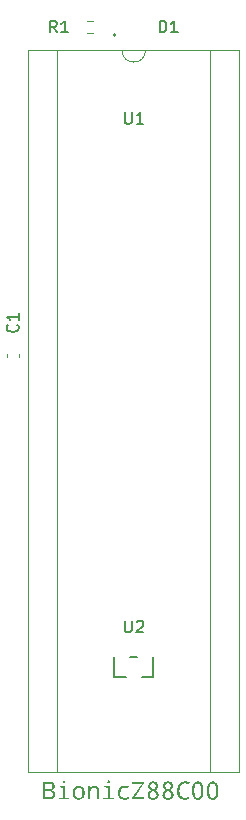
<source format=gbr>
G04 #@! TF.GenerationSoftware,KiCad,Pcbnew,8.0.4+dfsg-1*
G04 #@! TF.CreationDate,2024-12-19T11:09:08+09:00*
G04 #@! TF.ProjectId,bionic-z8800,62696f6e-6963-42d7-9a38-3830302e6b69,5*
G04 #@! TF.SameCoordinates,Original*
G04 #@! TF.FileFunction,Legend,Top*
G04 #@! TF.FilePolarity,Positive*
%FSLAX46Y46*%
G04 Gerber Fmt 4.6, Leading zero omitted, Abs format (unit mm)*
G04 Created by KiCad (PCBNEW 8.0.4+dfsg-1) date 2024-12-19 11:09:08*
%MOMM*%
%LPD*%
G01*
G04 APERTURE LIST*
%ADD10C,0.150000*%
%ADD11C,0.120000*%
%ADD12C,0.152400*%
G04 APERTURE END LIST*
D10*
G36*
X106561392Y-135672063D02*
G01*
X106638198Y-135678637D01*
X106720376Y-135692311D01*
X106791659Y-135712297D01*
X106861049Y-135743590D01*
X106886248Y-135759631D01*
X106942027Y-135811219D01*
X106981869Y-135876592D01*
X107005774Y-135955750D01*
X107013618Y-136036321D01*
X107013743Y-136048692D01*
X107005836Y-136126373D01*
X106978873Y-136201904D01*
X106932776Y-136267045D01*
X106876591Y-136314622D01*
X106809243Y-136348819D01*
X106730732Y-136369634D01*
X106713690Y-136372192D01*
X106713690Y-136382450D01*
X106793890Y-136400127D01*
X106863396Y-136425315D01*
X106935241Y-136467361D01*
X106990378Y-136521142D01*
X107028807Y-136586658D01*
X107050528Y-136663909D01*
X107055874Y-136734160D01*
X107051251Y-136807481D01*
X107034168Y-136885274D01*
X107004498Y-136954722D01*
X106962240Y-137015826D01*
X106924350Y-137054362D01*
X106862392Y-137099615D01*
X106791284Y-137133753D01*
X106711024Y-137156776D01*
X106634946Y-137167664D01*
X106566412Y-137170500D01*
X106023460Y-137170500D01*
X106023460Y-137006735D01*
X106216168Y-137006735D01*
X106532340Y-137006735D01*
X106607473Y-137002355D01*
X106687302Y-136984565D01*
X106762436Y-136945152D01*
X106815029Y-136886033D01*
X106845082Y-136807207D01*
X106852909Y-136726466D01*
X106844760Y-136651635D01*
X106813470Y-136578580D01*
X106758713Y-136523788D01*
X106680489Y-136487261D01*
X106597375Y-136470772D01*
X106519151Y-136466714D01*
X106216168Y-136466714D01*
X106216168Y-137006735D01*
X106023460Y-137006735D01*
X106023460Y-136302949D01*
X106216168Y-136302949D01*
X106508526Y-136302949D01*
X106583494Y-136299446D01*
X106661875Y-136285213D01*
X106733454Y-136253683D01*
X106742999Y-136246895D01*
X106790678Y-136189259D01*
X106813115Y-136114589D01*
X106816639Y-136061515D01*
X106807331Y-135985822D01*
X106772331Y-135917465D01*
X106737870Y-135886759D01*
X106665811Y-135854387D01*
X106585926Y-135838824D01*
X106509036Y-135833844D01*
X106488010Y-135833636D01*
X106216168Y-135833636D01*
X106216168Y-136302949D01*
X106023460Y-136302949D01*
X106023460Y-135669871D01*
X106477019Y-135669871D01*
X106561392Y-135672063D01*
G37*
G36*
X107796663Y-135576082D02*
G01*
X107871295Y-135598452D01*
X107904134Y-135665561D01*
X107905840Y-135692952D01*
X107887498Y-135765080D01*
X107873233Y-135781613D01*
X107804869Y-135810301D01*
X107796663Y-135810555D01*
X107725264Y-135791146D01*
X107689080Y-135726832D01*
X107686387Y-135692952D01*
X107704587Y-135617284D01*
X107770817Y-135577908D01*
X107796663Y-135576082D01*
G37*
G36*
X107702141Y-136192307D02*
G01*
X107424803Y-136170691D01*
X107424803Y-136045028D01*
X107889353Y-136045028D01*
X107889353Y-137023221D01*
X108252054Y-137043737D01*
X108252054Y-137170500D01*
X107347500Y-137170500D01*
X107347500Y-137043737D01*
X107702141Y-137023221D01*
X107702141Y-136192307D01*
G37*
G36*
X109121096Y-136027197D02*
G01*
X109196736Y-136044044D01*
X109266657Y-136072122D01*
X109330859Y-136111432D01*
X109389343Y-136161973D01*
X109407567Y-136181316D01*
X109456249Y-136244900D01*
X109494859Y-136315852D01*
X109523396Y-136394171D01*
X109541862Y-136479857D01*
X109549556Y-136556890D01*
X109550815Y-136605566D01*
X109547363Y-136688148D01*
X109537005Y-136765077D01*
X109519742Y-136836354D01*
X109489912Y-136914424D01*
X109450139Y-136984354D01*
X109409399Y-137036410D01*
X109353207Y-137089948D01*
X109290422Y-137132409D01*
X109221041Y-137163793D01*
X109145067Y-137184101D01*
X109062497Y-137193331D01*
X109033509Y-137193947D01*
X108952747Y-137188318D01*
X108877523Y-137171433D01*
X108807838Y-137143290D01*
X108743692Y-137103890D01*
X108685083Y-137053233D01*
X108666778Y-137033846D01*
X108617972Y-136969896D01*
X108579263Y-136898400D01*
X108550652Y-136819355D01*
X108534523Y-136747719D01*
X108525407Y-136670842D01*
X108523163Y-136605566D01*
X108716970Y-136605566D01*
X108719788Y-136682890D01*
X108732310Y-136774157D01*
X108754850Y-136851904D01*
X108797112Y-136930073D01*
X108855027Y-136987115D01*
X108928595Y-137023031D01*
X109017816Y-137037819D01*
X109037539Y-137038242D01*
X109112414Y-137031481D01*
X109191970Y-137004017D01*
X109255926Y-136955425D01*
X109304283Y-136885707D01*
X109331738Y-136814721D01*
X109349209Y-136730214D01*
X109356696Y-136632186D01*
X109357008Y-136605566D01*
X109354181Y-136529028D01*
X109341616Y-136438687D01*
X109318999Y-136361731D01*
X109276591Y-136284356D01*
X109218478Y-136227893D01*
X109144657Y-136192343D01*
X109055131Y-136177704D01*
X109035341Y-136177286D01*
X108960722Y-136183978D01*
X108881441Y-136211164D01*
X108817704Y-136259261D01*
X108769514Y-136328271D01*
X108742154Y-136398536D01*
X108724743Y-136482184D01*
X108717281Y-136579217D01*
X108716970Y-136605566D01*
X108523163Y-136605566D01*
X108526571Y-136523749D01*
X108536795Y-136447514D01*
X108558060Y-136363399D01*
X108589139Y-136287321D01*
X108630033Y-136219280D01*
X108662748Y-136178385D01*
X108718531Y-136125096D01*
X108781193Y-136082833D01*
X108850732Y-136051594D01*
X108927149Y-136031381D01*
X109010444Y-136022194D01*
X109039737Y-136021581D01*
X109121096Y-136027197D01*
G37*
G36*
X110579200Y-137170500D02*
G01*
X110579200Y-136444366D01*
X110573216Y-136367424D01*
X110550238Y-136292308D01*
X110501649Y-136228407D01*
X110429604Y-136190066D01*
X110349181Y-136177547D01*
X110334102Y-136177286D01*
X110259913Y-136183674D01*
X110181088Y-136209628D01*
X110117718Y-136255545D01*
X110069804Y-136321426D01*
X110037347Y-136407271D01*
X110022509Y-136490321D01*
X110017563Y-136586148D01*
X110017563Y-137170500D01*
X109829985Y-137170500D01*
X109829985Y-136045028D01*
X109981293Y-136045028D01*
X110009137Y-136194871D01*
X110019395Y-136194871D01*
X110063951Y-136135980D01*
X110127850Y-136082673D01*
X110204581Y-136045950D01*
X110280564Y-136027673D01*
X110365976Y-136021581D01*
X110459914Y-136028021D01*
X110541327Y-136047341D01*
X110610215Y-136079541D01*
X110678711Y-136137904D01*
X110719418Y-136199084D01*
X110747599Y-136273144D01*
X110763255Y-136360083D01*
X110766778Y-136433741D01*
X110766778Y-137170500D01*
X110579200Y-137170500D01*
G37*
G36*
X111577542Y-135576082D02*
G01*
X111652175Y-135598452D01*
X111685013Y-135665561D01*
X111686719Y-135692952D01*
X111668378Y-135765080D01*
X111654112Y-135781613D01*
X111585748Y-135810301D01*
X111577542Y-135810555D01*
X111506143Y-135791146D01*
X111469959Y-135726832D01*
X111467267Y-135692952D01*
X111485466Y-135617284D01*
X111551696Y-135577908D01*
X111577542Y-135576082D01*
G37*
G36*
X111483020Y-136192307D02*
G01*
X111205683Y-136170691D01*
X111205683Y-136045028D01*
X111670232Y-136045028D01*
X111670232Y-137023221D01*
X112032933Y-137043737D01*
X112032933Y-137170500D01*
X111128380Y-137170500D01*
X111128380Y-137043737D01*
X111483020Y-137023221D01*
X111483020Y-136192307D01*
G37*
G36*
X113278938Y-136082398D02*
G01*
X113215191Y-136245063D01*
X113139948Y-136218937D01*
X113068828Y-136200275D01*
X112993744Y-136188204D01*
X112938952Y-136185346D01*
X112849393Y-136192004D01*
X112771775Y-136211976D01*
X112706099Y-136245264D01*
X112640795Y-136305598D01*
X112601987Y-136368844D01*
X112575119Y-136445406D01*
X112560192Y-136535282D01*
X112556834Y-136611428D01*
X112560102Y-136686264D01*
X112574628Y-136774595D01*
X112600774Y-136849840D01*
X112649799Y-136925493D01*
X112716981Y-136980700D01*
X112802319Y-137015460D01*
X112883664Y-137028546D01*
X112928694Y-137030182D01*
X113010095Y-137026198D01*
X113092367Y-137014245D01*
X113165068Y-136997250D01*
X113238436Y-136974154D01*
X113259521Y-136966435D01*
X113259521Y-137131299D01*
X113186545Y-137158707D01*
X113105739Y-137178285D01*
X113028610Y-137188991D01*
X112945485Y-137193702D01*
X112920634Y-137193947D01*
X112840747Y-137190289D01*
X112766639Y-137179314D01*
X112685336Y-137156486D01*
X112612354Y-137123123D01*
X112547692Y-137079223D01*
X112509207Y-137044104D01*
X112459528Y-136983327D01*
X112420129Y-136913380D01*
X112391007Y-136834263D01*
X112374590Y-136761326D01*
X112365311Y-136682021D01*
X112363027Y-136613992D01*
X112366677Y-136526918D01*
X112377625Y-136446588D01*
X112395871Y-136373002D01*
X112427401Y-136293601D01*
X112469442Y-136223912D01*
X112512504Y-136173256D01*
X112572821Y-136121710D01*
X112641664Y-136080829D01*
X112719035Y-136050613D01*
X112804931Y-136031061D01*
X112883025Y-136022914D01*
X112932724Y-136021581D01*
X113012027Y-136024491D01*
X113089332Y-136033222D01*
X113164638Y-136047773D01*
X113237945Y-136068144D01*
X113278938Y-136082398D01*
G37*
G36*
X114604078Y-137170500D02*
G01*
X113551147Y-137170500D01*
X113551147Y-137023221D01*
X114368139Y-135838765D01*
X113572762Y-135838765D01*
X113572762Y-135669871D01*
X114583561Y-135669871D01*
X114583561Y-135817150D01*
X113766569Y-137001606D01*
X114604078Y-137001606D01*
X114604078Y-137170500D01*
G37*
G36*
X115418560Y-135651087D02*
G01*
X115491174Y-135665077D01*
X115565661Y-135692486D01*
X115631080Y-135732076D01*
X115646017Y-135743877D01*
X115697469Y-135796885D01*
X115737780Y-135866756D01*
X115757993Y-135937962D01*
X115763620Y-136007293D01*
X115754128Y-136092000D01*
X115725650Y-136169443D01*
X115678187Y-136239622D01*
X115624133Y-136292555D01*
X115556894Y-136340444D01*
X115493610Y-136375123D01*
X115568228Y-136417518D01*
X115632897Y-136462272D01*
X115699742Y-136521530D01*
X115751042Y-136584474D01*
X115786797Y-136651103D01*
X115809182Y-136735922D01*
X115811981Y-136780322D01*
X115805757Y-136858560D01*
X115787086Y-136929787D01*
X115750507Y-137002602D01*
X115697671Y-137066257D01*
X115681921Y-137080740D01*
X115621183Y-137124851D01*
X115552451Y-137158128D01*
X115475725Y-137180570D01*
X115391005Y-137192178D01*
X115339004Y-137193947D01*
X115259037Y-137190199D01*
X115185921Y-137178955D01*
X115109280Y-137156362D01*
X115041966Y-137123566D01*
X114991691Y-137087335D01*
X114937194Y-137028556D01*
X114898268Y-136959199D01*
X114874912Y-136879263D01*
X114867249Y-136800641D01*
X114867127Y-136788748D01*
X114867192Y-136788015D01*
X115050309Y-136788015D01*
X115060304Y-136871684D01*
X115097230Y-136947418D01*
X115161363Y-136999591D01*
X115237991Y-137025557D01*
X115317117Y-137033972D01*
X115334608Y-137034212D01*
X115408494Y-137028909D01*
X115485103Y-137008023D01*
X115551496Y-136967167D01*
X115598379Y-136909242D01*
X115623623Y-136836581D01*
X115628432Y-136779955D01*
X115616020Y-136703239D01*
X115578784Y-136634657D01*
X115563586Y-136616557D01*
X115508267Y-136566922D01*
X115447036Y-136525538D01*
X115380541Y-136488169D01*
X115343034Y-136469278D01*
X115312260Y-136454990D01*
X115236795Y-136495868D01*
X115174122Y-136540878D01*
X115115797Y-136600345D01*
X115075890Y-136665763D01*
X115054402Y-136737131D01*
X115050309Y-136788015D01*
X114867192Y-136788015D01*
X114874220Y-136709014D01*
X114895499Y-136635362D01*
X114930964Y-136567792D01*
X114980614Y-136506304D01*
X115044451Y-136450899D01*
X115122473Y-136401575D01*
X115157654Y-136383549D01*
X115087889Y-136334800D01*
X115029949Y-136282205D01*
X114976029Y-136214014D01*
X114939136Y-136140285D01*
X114919271Y-136061017D01*
X114916255Y-136016452D01*
X115099036Y-136016452D01*
X115108783Y-136091265D01*
X115140859Y-136159593D01*
X115149960Y-136171790D01*
X115206090Y-136223409D01*
X115269345Y-136263279D01*
X115341202Y-136299285D01*
X115410017Y-136264753D01*
X115477199Y-136218591D01*
X115534351Y-136158224D01*
X115568642Y-136090844D01*
X115580072Y-136016452D01*
X115569370Y-135941146D01*
X115530424Y-135874240D01*
X115515225Y-135860015D01*
X115449158Y-135823199D01*
X115371108Y-135807474D01*
X115336806Y-135806159D01*
X115261209Y-135813732D01*
X115188901Y-135841712D01*
X115163149Y-135860015D01*
X115117130Y-135921211D01*
X115099599Y-135997646D01*
X115099036Y-136016452D01*
X114916255Y-136016452D01*
X114915487Y-136005095D01*
X114922975Y-135926922D01*
X114949298Y-135849159D01*
X114994575Y-135782176D01*
X115035288Y-135743511D01*
X115099333Y-135701035D01*
X115171301Y-135670696D01*
X115251191Y-135652492D01*
X115327594Y-135646519D01*
X115339004Y-135646424D01*
X115418560Y-135651087D01*
G37*
G36*
X116678853Y-135651087D02*
G01*
X116751467Y-135665077D01*
X116825954Y-135692486D01*
X116891373Y-135732076D01*
X116906311Y-135743877D01*
X116957762Y-135796885D01*
X116998073Y-135866756D01*
X117018286Y-135937962D01*
X117023914Y-136007293D01*
X117014421Y-136092000D01*
X116985943Y-136169443D01*
X116938481Y-136239622D01*
X116884426Y-136292555D01*
X116817187Y-136340444D01*
X116753903Y-136375123D01*
X116828521Y-136417518D01*
X116893190Y-136462272D01*
X116960036Y-136521530D01*
X117011335Y-136584474D01*
X117047090Y-136651103D01*
X117069475Y-136735922D01*
X117072274Y-136780322D01*
X117066050Y-136858560D01*
X117047379Y-136929787D01*
X117010800Y-137002602D01*
X116957964Y-137066257D01*
X116942214Y-137080740D01*
X116881477Y-137124851D01*
X116812745Y-137158128D01*
X116736018Y-137180570D01*
X116651298Y-137192178D01*
X116599297Y-137193947D01*
X116519330Y-137190199D01*
X116446214Y-137178955D01*
X116369573Y-137156362D01*
X116302259Y-137123566D01*
X116251984Y-137087335D01*
X116197487Y-137028556D01*
X116158561Y-136959199D01*
X116135205Y-136879263D01*
X116127542Y-136800641D01*
X116127420Y-136788748D01*
X116127485Y-136788015D01*
X116310602Y-136788015D01*
X116320597Y-136871684D01*
X116357523Y-136947418D01*
X116421656Y-136999591D01*
X116498284Y-137025557D01*
X116577410Y-137033972D01*
X116594901Y-137034212D01*
X116668787Y-137028909D01*
X116745397Y-137008023D01*
X116811789Y-136967167D01*
X116858672Y-136909242D01*
X116883917Y-136836581D01*
X116888725Y-136779955D01*
X116876313Y-136703239D01*
X116839077Y-136634657D01*
X116823879Y-136616557D01*
X116768560Y-136566922D01*
X116707329Y-136525538D01*
X116640834Y-136488169D01*
X116603327Y-136469278D01*
X116572553Y-136454990D01*
X116497088Y-136495868D01*
X116434415Y-136540878D01*
X116376090Y-136600345D01*
X116336183Y-136665763D01*
X116314695Y-136737131D01*
X116310602Y-136788015D01*
X116127485Y-136788015D01*
X116134513Y-136709014D01*
X116155792Y-136635362D01*
X116191257Y-136567792D01*
X116240907Y-136506304D01*
X116304744Y-136450899D01*
X116382766Y-136401575D01*
X116417947Y-136383549D01*
X116348182Y-136334800D01*
X116290242Y-136282205D01*
X116236322Y-136214014D01*
X116199429Y-136140285D01*
X116179564Y-136061017D01*
X116176548Y-136016452D01*
X116359329Y-136016452D01*
X116369076Y-136091265D01*
X116401153Y-136159593D01*
X116410253Y-136171790D01*
X116466383Y-136223409D01*
X116529638Y-136263279D01*
X116601496Y-136299285D01*
X116670310Y-136264753D01*
X116737493Y-136218591D01*
X116794644Y-136158224D01*
X116828935Y-136090844D01*
X116840365Y-136016452D01*
X116829663Y-135941146D01*
X116790717Y-135874240D01*
X116775519Y-135860015D01*
X116709451Y-135823199D01*
X116631401Y-135807474D01*
X116597099Y-135806159D01*
X116521502Y-135813732D01*
X116449194Y-135841712D01*
X116423442Y-135860015D01*
X116377423Y-135921211D01*
X116359892Y-135997646D01*
X116359329Y-136016452D01*
X116176548Y-136016452D01*
X116175780Y-136005095D01*
X116183268Y-135926922D01*
X116209591Y-135849159D01*
X116254868Y-135782176D01*
X116295581Y-135743511D01*
X116359626Y-135701035D01*
X116431594Y-135670696D01*
X116511484Y-135652492D01*
X116587887Y-135646519D01*
X116599297Y-135646424D01*
X116678853Y-135651087D01*
G37*
G36*
X118384957Y-136965336D02*
G01*
X118384957Y-137132764D01*
X118305433Y-137159531D01*
X118228900Y-137176679D01*
X118145880Y-137187972D01*
X118069557Y-137192991D01*
X118016028Y-137193947D01*
X117938771Y-137190793D01*
X117848768Y-137177979D01*
X117766064Y-137155308D01*
X117690659Y-137122781D01*
X117622553Y-137080397D01*
X117561745Y-137028156D01*
X117528763Y-136992080D01*
X117480108Y-136924855D01*
X117439698Y-136849348D01*
X117407536Y-136765559D01*
X117387744Y-136692563D01*
X117373229Y-136614267D01*
X117363993Y-136530670D01*
X117360034Y-136441773D01*
X117359870Y-136418720D01*
X117362749Y-136331926D01*
X117371387Y-136249780D01*
X117385784Y-136172283D01*
X117405940Y-136099434D01*
X117439233Y-136014909D01*
X117481524Y-135937647D01*
X117532813Y-135867647D01*
X117544151Y-135854519D01*
X117605145Y-135794570D01*
X117672722Y-135744781D01*
X117746882Y-135705154D01*
X117827625Y-135675687D01*
X117914951Y-135656382D01*
X117989552Y-135648253D01*
X118048268Y-135646424D01*
X118131237Y-135649541D01*
X118210058Y-135658892D01*
X118284732Y-135674477D01*
X118355258Y-135696295D01*
X118432298Y-135729630D01*
X118442842Y-135735084D01*
X118362609Y-135895918D01*
X118293220Y-135864512D01*
X118214349Y-135838066D01*
X118135936Y-135821694D01*
X118057980Y-135815397D01*
X118048268Y-135815318D01*
X117968305Y-135821050D01*
X117894653Y-135838244D01*
X117816702Y-135872793D01*
X117747341Y-135922945D01*
X117694726Y-135978350D01*
X117649904Y-136043557D01*
X117614355Y-136116905D01*
X117588080Y-136198392D01*
X117573268Y-136272516D01*
X117564896Y-136352294D01*
X117562835Y-136420185D01*
X117565850Y-136509038D01*
X117574892Y-136591039D01*
X117589964Y-136666188D01*
X117616007Y-136747323D01*
X117650732Y-136818593D01*
X117686300Y-136870447D01*
X117745928Y-136930689D01*
X117816461Y-136976135D01*
X117885597Y-137003311D01*
X117962743Y-137019618D01*
X118047902Y-137025053D01*
X118128775Y-137020329D01*
X118209810Y-137008199D01*
X118287779Y-136991462D01*
X118359855Y-136972567D01*
X118384957Y-136965336D01*
G37*
G36*
X119203153Y-135653418D02*
G01*
X119280403Y-135674399D01*
X119349435Y-135709369D01*
X119410250Y-135758326D01*
X119462848Y-135821270D01*
X119478554Y-135845360D01*
X119513806Y-135911839D01*
X119543083Y-135986940D01*
X119566385Y-136070663D01*
X119580725Y-136143850D01*
X119591240Y-136222556D01*
X119597932Y-136306779D01*
X119600800Y-136396521D01*
X119600920Y-136419819D01*
X119599032Y-136513561D01*
X119593369Y-136601255D01*
X119583931Y-136682902D01*
X119570718Y-136758500D01*
X119543819Y-136860558D01*
X119508426Y-136949008D01*
X119464538Y-137023850D01*
X119412156Y-137085085D01*
X119351280Y-137132712D01*
X119281910Y-137166731D01*
X119204045Y-137187143D01*
X119117685Y-137193947D01*
X119033227Y-137186953D01*
X118956806Y-137165971D01*
X118888421Y-137131002D01*
X118828074Y-137082045D01*
X118775764Y-137019101D01*
X118760114Y-136995011D01*
X118725073Y-136928514D01*
X118695971Y-136853360D01*
X118672809Y-136769547D01*
X118658555Y-136696262D01*
X118648102Y-136617437D01*
X118641450Y-136533070D01*
X118638600Y-136443162D01*
X118638481Y-136419819D01*
X118638496Y-136419086D01*
X118829357Y-136419086D01*
X118830444Y-136498015D01*
X118833707Y-136571219D01*
X118840845Y-136654674D01*
X118851381Y-136729185D01*
X118868512Y-136806791D01*
X118894683Y-136881053D01*
X118898966Y-136890231D01*
X118938739Y-136953223D01*
X118995363Y-137002576D01*
X119064564Y-137029150D01*
X119117685Y-137034212D01*
X119196627Y-137022794D01*
X119262817Y-136988540D01*
X119316256Y-136931449D01*
X119340435Y-136889864D01*
X119368129Y-136817874D01*
X119386453Y-136742355D01*
X119397905Y-136669681D01*
X119405887Y-136588152D01*
X119410399Y-136497769D01*
X119411509Y-136419086D01*
X119410399Y-136340925D01*
X119405887Y-136251112D01*
X119397905Y-136170065D01*
X119383746Y-136084378D01*
X119364589Y-136011314D01*
X119340435Y-135950873D01*
X119299860Y-135887561D01*
X119242170Y-135837956D01*
X119171730Y-135811247D01*
X119117685Y-135806159D01*
X119040099Y-135817519D01*
X118975091Y-135851600D01*
X118922660Y-135908400D01*
X118898966Y-135949774D01*
X118871843Y-136021193D01*
X118853897Y-136096335D01*
X118842680Y-136168772D01*
X118834863Y-136250136D01*
X118830444Y-136340427D01*
X118829357Y-136419086D01*
X118638496Y-136419086D01*
X118640353Y-136326166D01*
X118645968Y-136238555D01*
X118655328Y-136156986D01*
X118668431Y-136081459D01*
X118695106Y-135979498D01*
X118730204Y-135891131D01*
X118773725Y-135816360D01*
X118825670Y-135755183D01*
X118886039Y-135707601D01*
X118954831Y-135673614D01*
X119032046Y-135653222D01*
X119117685Y-135646424D01*
X119203153Y-135653418D01*
G37*
G36*
X120463446Y-135653418D02*
G01*
X120540696Y-135674399D01*
X120609728Y-135709369D01*
X120670543Y-135758326D01*
X120723141Y-135821270D01*
X120738847Y-135845360D01*
X120774099Y-135911839D01*
X120803376Y-135986940D01*
X120826678Y-136070663D01*
X120841018Y-136143850D01*
X120851534Y-136222556D01*
X120858225Y-136306779D01*
X120861093Y-136396521D01*
X120861213Y-136419819D01*
X120859325Y-136513561D01*
X120853662Y-136601255D01*
X120844224Y-136682902D01*
X120831011Y-136758500D01*
X120804112Y-136860558D01*
X120768719Y-136949008D01*
X120724831Y-137023850D01*
X120672449Y-137085085D01*
X120611573Y-137132712D01*
X120542203Y-137166731D01*
X120464338Y-137187143D01*
X120377978Y-137193947D01*
X120293520Y-137186953D01*
X120217099Y-137165971D01*
X120148715Y-137131002D01*
X120088367Y-137082045D01*
X120036058Y-137019101D01*
X120020407Y-136995011D01*
X119985366Y-136928514D01*
X119956265Y-136853360D01*
X119933102Y-136769547D01*
X119918848Y-136696262D01*
X119908395Y-136617437D01*
X119901744Y-136533070D01*
X119898893Y-136443162D01*
X119898774Y-136419819D01*
X119898789Y-136419086D01*
X120089650Y-136419086D01*
X120090737Y-136498015D01*
X120094000Y-136571219D01*
X120101138Y-136654674D01*
X120111675Y-136729185D01*
X120128805Y-136806791D01*
X120154976Y-136881053D01*
X120159259Y-136890231D01*
X120199032Y-136953223D01*
X120255656Y-137002576D01*
X120324857Y-137029150D01*
X120377978Y-137034212D01*
X120456920Y-137022794D01*
X120523110Y-136988540D01*
X120576549Y-136931449D01*
X120600728Y-136889864D01*
X120628422Y-136817874D01*
X120646746Y-136742355D01*
X120658198Y-136669681D01*
X120666180Y-136588152D01*
X120670692Y-136497769D01*
X120671803Y-136419086D01*
X120670692Y-136340925D01*
X120666180Y-136251112D01*
X120658198Y-136170065D01*
X120644039Y-136084378D01*
X120624882Y-136011314D01*
X120600728Y-135950873D01*
X120560153Y-135887561D01*
X120502464Y-135837956D01*
X120432023Y-135811247D01*
X120377978Y-135806159D01*
X120300393Y-135817519D01*
X120235384Y-135851600D01*
X120182953Y-135908400D01*
X120159259Y-135949774D01*
X120132136Y-136021193D01*
X120114190Y-136096335D01*
X120102973Y-136168772D01*
X120095156Y-136250136D01*
X120090737Y-136340427D01*
X120089650Y-136419086D01*
X119898789Y-136419086D01*
X119900646Y-136326166D01*
X119906262Y-136238555D01*
X119915621Y-136156986D01*
X119928724Y-136081459D01*
X119955399Y-135979498D01*
X119990497Y-135891131D01*
X120034018Y-135816360D01*
X120085963Y-135755183D01*
X120146332Y-135707601D01*
X120215124Y-135673614D01*
X120292339Y-135653222D01*
X120377978Y-135646424D01*
X120463446Y-135653418D01*
G37*
X103848780Y-96990166D02*
X103896400Y-97037785D01*
X103896400Y-97037785D02*
X103944019Y-97180642D01*
X103944019Y-97180642D02*
X103944019Y-97275880D01*
X103944019Y-97275880D02*
X103896400Y-97418737D01*
X103896400Y-97418737D02*
X103801161Y-97513975D01*
X103801161Y-97513975D02*
X103705923Y-97561594D01*
X103705923Y-97561594D02*
X103515447Y-97609213D01*
X103515447Y-97609213D02*
X103372590Y-97609213D01*
X103372590Y-97609213D02*
X103182114Y-97561594D01*
X103182114Y-97561594D02*
X103086876Y-97513975D01*
X103086876Y-97513975D02*
X102991638Y-97418737D01*
X102991638Y-97418737D02*
X102944019Y-97275880D01*
X102944019Y-97275880D02*
X102944019Y-97180642D01*
X102944019Y-97180642D02*
X102991638Y-97037785D01*
X102991638Y-97037785D02*
X103039257Y-96990166D01*
X103944019Y-96037785D02*
X103944019Y-96609213D01*
X103944019Y-96323499D02*
X102944019Y-96323499D01*
X102944019Y-96323499D02*
X103086876Y-96418737D01*
X103086876Y-96418737D02*
X103182114Y-96513975D01*
X103182114Y-96513975D02*
X103229733Y-96609213D01*
X115882905Y-72232819D02*
X115882905Y-71232819D01*
X115882905Y-71232819D02*
X116121000Y-71232819D01*
X116121000Y-71232819D02*
X116263857Y-71280438D01*
X116263857Y-71280438D02*
X116359095Y-71375676D01*
X116359095Y-71375676D02*
X116406714Y-71470914D01*
X116406714Y-71470914D02*
X116454333Y-71661390D01*
X116454333Y-71661390D02*
X116454333Y-71804247D01*
X116454333Y-71804247D02*
X116406714Y-71994723D01*
X116406714Y-71994723D02*
X116359095Y-72089961D01*
X116359095Y-72089961D02*
X116263857Y-72185200D01*
X116263857Y-72185200D02*
X116121000Y-72232819D01*
X116121000Y-72232819D02*
X115882905Y-72232819D01*
X117406714Y-72232819D02*
X116835286Y-72232819D01*
X117121000Y-72232819D02*
X117121000Y-71232819D01*
X117121000Y-71232819D02*
X117025762Y-71375676D01*
X117025762Y-71375676D02*
X116930524Y-71470914D01*
X116930524Y-71470914D02*
X116835286Y-71518533D01*
X112938095Y-78979819D02*
X112938095Y-79789342D01*
X112938095Y-79789342D02*
X112985714Y-79884580D01*
X112985714Y-79884580D02*
X113033333Y-79932200D01*
X113033333Y-79932200D02*
X113128571Y-79979819D01*
X113128571Y-79979819D02*
X113319047Y-79979819D01*
X113319047Y-79979819D02*
X113414285Y-79932200D01*
X113414285Y-79932200D02*
X113461904Y-79884580D01*
X113461904Y-79884580D02*
X113509523Y-79789342D01*
X113509523Y-79789342D02*
X113509523Y-78979819D01*
X114509523Y-79979819D02*
X113938095Y-79979819D01*
X114223809Y-79979819D02*
X114223809Y-78979819D01*
X114223809Y-78979819D02*
X114128571Y-79122676D01*
X114128571Y-79122676D02*
X114033333Y-79217914D01*
X114033333Y-79217914D02*
X113938095Y-79265533D01*
X112938095Y-122032819D02*
X112938095Y-122842342D01*
X112938095Y-122842342D02*
X112985714Y-122937580D01*
X112985714Y-122937580D02*
X113033333Y-122985200D01*
X113033333Y-122985200D02*
X113128571Y-123032819D01*
X113128571Y-123032819D02*
X113319047Y-123032819D01*
X113319047Y-123032819D02*
X113414285Y-122985200D01*
X113414285Y-122985200D02*
X113461904Y-122937580D01*
X113461904Y-122937580D02*
X113509523Y-122842342D01*
X113509523Y-122842342D02*
X113509523Y-122032819D01*
X113938095Y-122128057D02*
X113985714Y-122080438D01*
X113985714Y-122080438D02*
X114080952Y-122032819D01*
X114080952Y-122032819D02*
X114319047Y-122032819D01*
X114319047Y-122032819D02*
X114414285Y-122080438D01*
X114414285Y-122080438D02*
X114461904Y-122128057D01*
X114461904Y-122128057D02*
X114509523Y-122223295D01*
X114509523Y-122223295D02*
X114509523Y-122318533D01*
X114509523Y-122318533D02*
X114461904Y-122461390D01*
X114461904Y-122461390D02*
X113890476Y-123032819D01*
X113890476Y-123032819D02*
X114509523Y-123032819D01*
X107183333Y-72232819D02*
X106850000Y-71756628D01*
X106611905Y-72232819D02*
X106611905Y-71232819D01*
X106611905Y-71232819D02*
X106992857Y-71232819D01*
X106992857Y-71232819D02*
X107088095Y-71280438D01*
X107088095Y-71280438D02*
X107135714Y-71328057D01*
X107135714Y-71328057D02*
X107183333Y-71423295D01*
X107183333Y-71423295D02*
X107183333Y-71566152D01*
X107183333Y-71566152D02*
X107135714Y-71661390D01*
X107135714Y-71661390D02*
X107088095Y-71709009D01*
X107088095Y-71709009D02*
X106992857Y-71756628D01*
X106992857Y-71756628D02*
X106611905Y-71756628D01*
X108135714Y-72232819D02*
X107564286Y-72232819D01*
X107850000Y-72232819D02*
X107850000Y-71232819D01*
X107850000Y-71232819D02*
X107754762Y-71375676D01*
X107754762Y-71375676D02*
X107659524Y-71470914D01*
X107659524Y-71470914D02*
X107564286Y-71518533D01*
D11*
X102979200Y-99763767D02*
X102979200Y-99471233D01*
X103999200Y-99763767D02*
X103999200Y-99471233D01*
D12*
X112125200Y-72463800D02*
G75*
G02*
X111972800Y-72463800I-76200J0D01*
G01*
X111972800Y-72463800D02*
G75*
G02*
X112125200Y-72463800I76200J0D01*
G01*
D11*
X104750000Y-73690000D02*
X104750000Y-134890000D01*
X104750000Y-134890000D02*
X122650000Y-134890000D01*
X107240000Y-73750000D02*
X107240000Y-134830000D01*
X107240000Y-134830000D02*
X120160000Y-134830000D01*
X112700000Y-73750000D02*
X107240000Y-73750000D01*
X120160000Y-73750000D02*
X114700000Y-73750000D01*
X120160000Y-134830000D02*
X120160000Y-73750000D01*
X122650000Y-73690000D02*
X104750000Y-73690000D01*
X122650000Y-134890000D02*
X122650000Y-73690000D01*
X114700000Y-73750000D02*
G75*
G02*
X112700000Y-73750000I-1000000J0D01*
G01*
D12*
X112048000Y-125130000D02*
X112048000Y-126784000D01*
X112048000Y-126784000D02*
X113037060Y-126784000D01*
X113987061Y-125130000D02*
X113412939Y-125130000D01*
X114362940Y-126784000D02*
X115352000Y-126784000D01*
X115352000Y-126784000D02*
X115352000Y-125130000D01*
D11*
X110248224Y-71255500D02*
X109738776Y-71255500D01*
X110248224Y-72300500D02*
X109738776Y-72300500D01*
M02*

</source>
